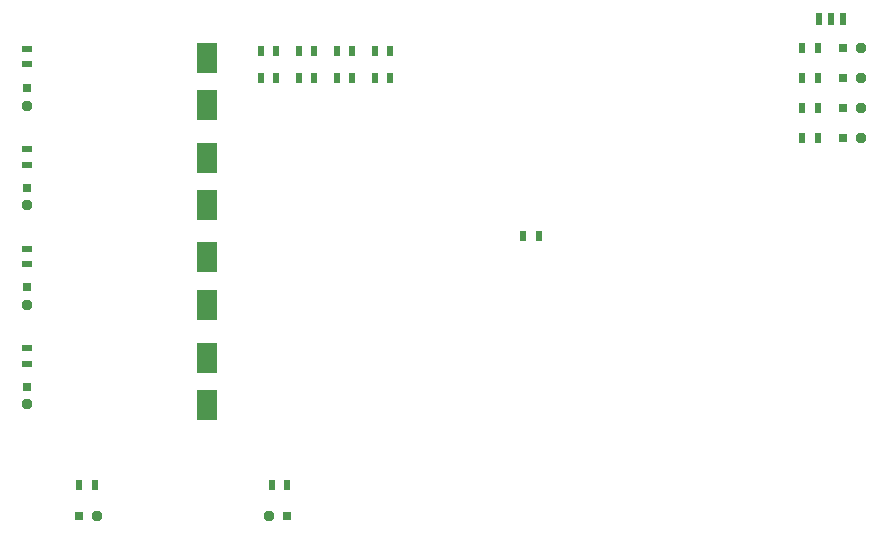
<source format=gtp>
G04*
G04 #@! TF.GenerationSoftware,Altium Limited,Altium Designer,20.1.8 (145)*
G04*
G04 Layer_Color=8421504*
%FSLAX25Y25*%
%MOIN*%
G70*
G04*
G04 #@! TF.SameCoordinates,5DAE46FA-DCB4-4479-A142-53610109B6E0*
G04*
G04*
G04 #@! TF.FilePolarity,Positive*
G04*
G01*
G75*
%ADD17R,0.01968X0.03740*%
%ADD18R,0.03150X0.03150*%
G04:AMPARAMS|DCode=19|XSize=31.5mil|YSize=31.5mil|CornerRadius=7.87mil|HoleSize=0mil|Usage=FLASHONLY|Rotation=180.000|XOffset=0mil|YOffset=0mil|HoleType=Round|Shape=RoundedRectangle|*
%AMROUNDEDRECTD19*
21,1,0.03150,0.01575,0,0,180.0*
21,1,0.01575,0.03150,0,0,180.0*
1,1,0.01575,-0.00787,0.00787*
1,1,0.01575,0.00787,0.00787*
1,1,0.01575,0.00787,-0.00787*
1,1,0.01575,-0.00787,-0.00787*
%
%ADD19ROUNDEDRECTD19*%
%ADD20R,0.01968X0.03937*%
%ADD21R,0.06693X0.09843*%
%ADD22R,0.03740X0.01968*%
G04:AMPARAMS|DCode=23|XSize=31.5mil|YSize=31.5mil|CornerRadius=7.87mil|HoleSize=0mil|Usage=FLASHONLY|Rotation=90.000|XOffset=0mil|YOffset=0mil|HoleType=Round|Shape=RoundedRectangle|*
%AMROUNDEDRECTD23*
21,1,0.03150,0.01575,0,0,90.0*
21,1,0.01575,0.03150,0,0,90.0*
1,1,0.01575,0.00787,0.00787*
1,1,0.01575,0.00787,-0.00787*
1,1,0.01575,-0.00787,-0.00787*
1,1,0.01575,-0.00787,0.00787*
%
%ADD23ROUNDEDRECTD23*%
%ADD24R,0.03150X0.03150*%
D17*
X274213Y164780D02*
D03*
X279331D02*
D03*
X186417Y101969D02*
D03*
X181299D02*
D03*
X279331Y144762D02*
D03*
X274213D02*
D03*
X279331Y134646D02*
D03*
X274213D02*
D03*
Y154664D02*
D03*
X279331D02*
D03*
X93768Y163625D02*
D03*
X98886D02*
D03*
X98886Y154793D02*
D03*
X93768D02*
D03*
X106410D02*
D03*
X111528D02*
D03*
X111528Y163625D02*
D03*
X106410D02*
D03*
X119051Y154793D02*
D03*
X124169D02*
D03*
X124169Y163625D02*
D03*
X119051D02*
D03*
X131693Y154793D02*
D03*
X136811D02*
D03*
X136811Y163625D02*
D03*
X131693D02*
D03*
X38386Y18898D02*
D03*
X33268D02*
D03*
X102559D02*
D03*
X97441D02*
D03*
D18*
X287992Y144762D02*
D03*
Y134646D02*
D03*
X287992Y164780D02*
D03*
X287992Y154664D02*
D03*
X33268Y8661D02*
D03*
X102559D02*
D03*
D19*
X293898Y144762D02*
D03*
Y134646D02*
D03*
X293898Y164780D02*
D03*
X293898Y154664D02*
D03*
X39173Y8661D02*
D03*
X96653D02*
D03*
D20*
X287795Y174443D02*
D03*
X283858D02*
D03*
X279921D02*
D03*
D21*
X75984Y161417D02*
D03*
Y145669D02*
D03*
Y61417D02*
D03*
Y45669D02*
D03*
Y79100D02*
D03*
Y94848D02*
D03*
Y112385D02*
D03*
Y128133D02*
D03*
D22*
X15748Y164370D02*
D03*
Y159252D02*
D03*
Y64584D02*
D03*
Y59466D02*
D03*
Y97654D02*
D03*
Y92536D02*
D03*
Y130922D02*
D03*
Y125804D02*
D03*
D23*
Y145473D02*
D03*
Y45866D02*
D03*
Y78937D02*
D03*
Y112205D02*
D03*
D24*
Y151378D02*
D03*
Y51772D02*
D03*
Y84842D02*
D03*
Y118110D02*
D03*
M02*

</source>
